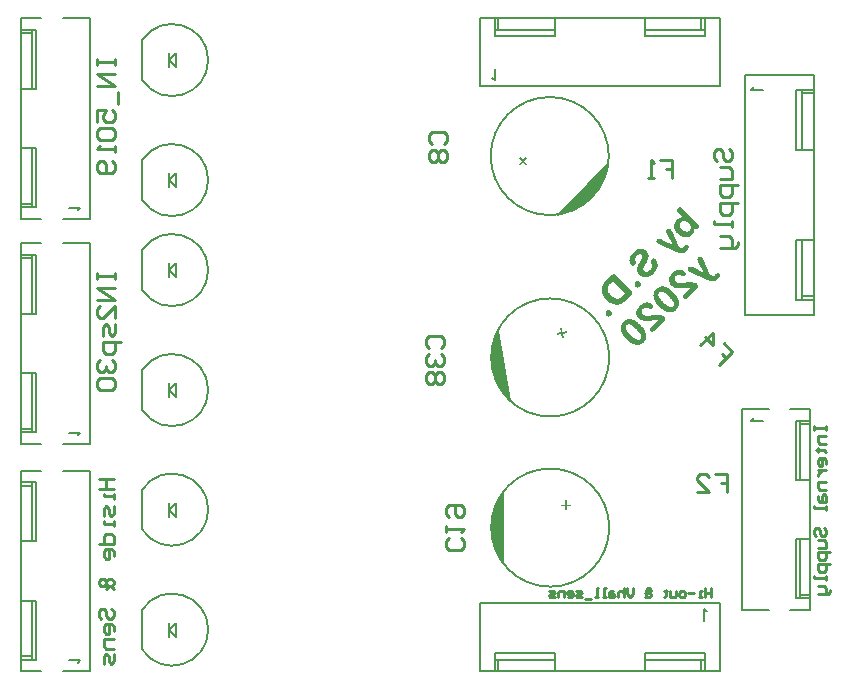
<source format=gbr>
%TF.GenerationSoftware,Altium Limited,Altium Designer,20.0.13 (296)*%
G04 Layer_Color=32896*
%FSLAX45Y45*%
%MOMM*%
%TF.FileFunction,Legend,Bot*%
%TF.Part,Single*%
G01*
G75*
%TA.AperFunction,NonConductor*%
%ADD68C,0.25400*%
%ADD80C,0.20000*%
%ADD81C,0.15000*%
G36*
X8451900Y7005600D02*
X8401900Y6930600D01*
X8351900Y6780600D01*
Y6630600D01*
X8376900Y6555600D01*
X8426900Y6430600D01*
X8451900Y6405600D01*
Y7005600D01*
D02*
G37*
G36*
X8406078Y8372173D02*
X8369862Y8289631D01*
X8346669Y8133227D01*
X8372716Y7985505D01*
X8410360Y7915987D01*
X8481306Y7801568D01*
X8510268Y7781289D01*
X8406078Y8372173D01*
D02*
G37*
G36*
X8918891Y9356506D02*
X9007279Y9374183D01*
X9148701Y9444893D01*
X9254767Y9550960D01*
X9290122Y9621670D01*
X9343155Y9745414D01*
Y9780769D01*
X8918891Y9356506D01*
D02*
G37*
G36*
X9953868Y9417770D02*
X9957358Y9416274D01*
X9960848Y9414280D01*
X9963839Y9412285D01*
X9966332Y9410291D01*
X9968327Y9408795D01*
X9969573Y9407549D01*
X9970072Y9407050D01*
X10102695Y9274427D01*
X10105686Y9270937D01*
X10108179Y9267447D01*
X10110174Y9264455D01*
X10111171Y9261464D01*
X10112168Y9258971D01*
X10112667Y9257475D01*
X10112916Y9256229D01*
Y9255730D01*
Y9252240D01*
X10112168Y9248999D01*
X10110922Y9246257D01*
X10109426Y9243764D01*
X10108179Y9241521D01*
X10107182Y9240025D01*
X10105936Y9238778D01*
X10102944Y9236285D01*
X10100202Y9234540D01*
X10097211Y9233045D01*
X10094469Y9232297D01*
X10092225Y9232047D01*
X10090231Y9231549D01*
X10088735D01*
X10084746Y9232047D01*
X10081256Y9233045D01*
X10078015Y9234790D01*
X10075024Y9236285D01*
X10072780Y9238030D01*
X10070786Y9239526D01*
X10069789Y9240523D01*
X10069290Y9241022D01*
X10068542Y9241770D01*
X10071035Y9237283D01*
X10072281Y9233543D01*
X10072531Y9231798D01*
X10072780Y9230552D01*
Y9230053D01*
Y9229555D01*
X10072531Y9224818D01*
X10071783Y9220580D01*
X10071284Y9218586D01*
X10071035Y9217339D01*
X10070786Y9216591D01*
Y9216093D01*
X10068791Y9210608D01*
X10066797Y9205622D01*
X10065800Y9203628D01*
X10065052Y9201883D01*
X10064553Y9200886D01*
X10064304Y9200637D01*
X10060315Y9194654D01*
X10058321Y9192161D01*
X10056327Y9189668D01*
X10054831Y9187674D01*
X10052089Y9184931D01*
X10047352Y9180693D01*
X10042616Y9176954D01*
X10038129Y9173962D01*
X10033891Y9171719D01*
X10030400Y9169724D01*
X10027658Y9168478D01*
X10025913Y9167730D01*
X10025165Y9167481D01*
X10019681Y9165985D01*
X10013947Y9164739D01*
X10008961Y9164240D01*
X10004225Y9163991D01*
X9995250D01*
X9994502Y9164240D01*
X9988519Y9165237D01*
X9982786Y9166484D01*
X9977551Y9168229D01*
X9972814Y9169974D01*
X9968825Y9171469D01*
X9965834Y9172965D01*
X9963839Y9173962D01*
X9963341D01*
X9963092Y9174212D01*
X9957358Y9177453D01*
X9951624Y9181192D01*
X9946888Y9184931D01*
X9942400Y9188421D01*
X9938661Y9191662D01*
X9935669Y9194155D01*
X9934672Y9195152D01*
X9933925Y9195900D01*
X9933675Y9196149D01*
X9933426Y9196399D01*
X9926695Y9203628D01*
X9921211Y9210608D01*
X9916723Y9217588D01*
X9912735Y9223571D01*
X9911488Y9226314D01*
X9909992Y9228807D01*
X9909245Y9231050D01*
X9908247Y9233045D01*
X9907499Y9234291D01*
X9907250Y9235538D01*
X9907001Y9236285D01*
X9906752Y9236535D01*
X9904508Y9244263D01*
X9903012Y9251741D01*
X9902264Y9258472D01*
Y9264455D01*
X9902514Y9269690D01*
X9903262Y9273430D01*
X9903511Y9276172D01*
Y9276671D01*
X9903760Y9276920D01*
X9906004Y9284149D01*
X9908746Y9290880D01*
X9911987Y9296614D01*
X9915477Y9302098D01*
X9918718Y9306336D01*
X9920213Y9308331D01*
X9921211Y9309826D01*
X9923953Y9312569D01*
X9929188Y9317305D01*
X9934174Y9321294D01*
X9939159Y9324285D01*
X9943148Y9326778D01*
X9946888Y9328523D01*
X9949879Y9329521D01*
X9951624Y9330268D01*
X9952372Y9330518D01*
X9957607Y9331764D01*
X9962593Y9332263D01*
X9967330Y9332512D01*
X9971069Y9332263D01*
X9974559Y9331764D01*
X9977301Y9331515D01*
X9978797Y9331016D01*
X9979545Y9330767D01*
X9935171Y9375141D01*
X9932179Y9378631D01*
X9929936Y9381872D01*
X9928191Y9385113D01*
X9926944Y9387855D01*
X9926196Y9390098D01*
X9925698Y9392093D01*
X9925449Y9393339D01*
Y9393838D01*
Y9397328D01*
X9926196Y9401067D01*
X9927194Y9404059D01*
X9928689Y9406552D01*
X9930185Y9409045D01*
X9931431Y9410790D01*
X9932678Y9412036D01*
X9935669Y9414529D01*
X9938661Y9416523D01*
X9941652Y9417521D01*
X9944395Y9418268D01*
X9946638Y9418518D01*
X9950128D01*
X9953868Y9417770D01*
D02*
G37*
G36*
X9860134Y9236285D02*
X9862876Y9236036D01*
X9863873D01*
X9864123Y9235787D01*
X9868111Y9234291D01*
X9871602Y9232297D01*
X9872598Y9231300D01*
X9873845Y9230552D01*
X9874344Y9230053D01*
X9874593Y9229804D01*
X9876089Y9227809D01*
X9877834Y9225566D01*
X9880327Y9220580D01*
X9881573Y9218336D01*
X9882570Y9216342D01*
X9883318Y9215096D01*
Y9214597D01*
X9940157Y9082971D01*
X9948383Y9079730D01*
X9952123Y9078483D01*
X9955364Y9077237D01*
X9958106Y9076489D01*
X9960349Y9075741D01*
X9962094Y9074994D01*
X9963341Y9074744D01*
X9964338D01*
X9964587Y9074495D01*
X9968327Y9073747D01*
X9971318D01*
X9973063Y9073996D01*
X9973811Y9074246D01*
X9976802Y9075741D01*
X9979545Y9077486D01*
X9980791Y9078234D01*
X9982536Y9079979D01*
X9983783Y9081724D01*
X9985029Y9083470D01*
X9985777Y9084716D01*
X9986276Y9085214D01*
X9987522Y9087458D01*
X9989018Y9089452D01*
X9990763Y9091197D01*
X9993505Y9093441D01*
X9995998Y9095435D01*
X9998242Y9096682D01*
X10000485Y9097430D01*
X10002480Y9097928D01*
X10003975Y9098427D01*
X10004723Y9098676D01*
X10005222D01*
X10007964Y9098427D01*
X10010457Y9097928D01*
X10012451Y9096931D01*
X10014695Y9095685D01*
X10016191Y9094687D01*
X10017687Y9093690D01*
X10018434Y9092942D01*
X10018684Y9092693D01*
X10021426Y9089452D01*
X10023171Y9085713D01*
X10023919Y9082472D01*
X10024417Y9079481D01*
X10024168Y9076739D01*
X10023919Y9074994D01*
X10023420Y9073498D01*
Y9072999D01*
X10021675Y9068761D01*
X10018933Y9064523D01*
X10016191Y9060285D01*
X10012950Y9056546D01*
X10009958Y9053056D01*
X10007715Y9050314D01*
X10005471Y9048070D01*
X10000236Y9043333D01*
X9995250Y9039345D01*
X9990514Y9036104D01*
X9986276Y9033860D01*
X9982786Y9031866D01*
X9980044Y9030619D01*
X9978548Y9030121D01*
X9977800Y9029872D01*
X9973063Y9028625D01*
X9968327Y9027877D01*
X9963590Y9027628D01*
X9959601D01*
X9956361Y9027877D01*
X9953868Y9028376D01*
X9952123Y9028625D01*
X9951624D01*
X9946389Y9029872D01*
X9941154Y9031617D01*
X9935669Y9033611D01*
X9930684Y9035605D01*
X9926196Y9037600D01*
X9922706Y9039095D01*
X9921211Y9039594D01*
X9920213Y9040093D01*
X9919715D01*
X9919466Y9040342D01*
X9774627Y9105407D01*
X9771635Y9106404D01*
X9768893Y9108149D01*
X9767398Y9108648D01*
X9766650Y9109396D01*
X9765902Y9109645D01*
X9765652Y9109894D01*
X9761913Y9112138D01*
X9759420Y9113634D01*
X9757675Y9114382D01*
X9757426Y9114631D01*
X9754684Y9117872D01*
X9752939Y9121113D01*
X9752440Y9122608D01*
X9752191Y9123855D01*
Y9124353D01*
X9751941Y9124603D01*
X9751193Y9128841D01*
X9750944Y9132580D01*
X9751443Y9135073D01*
Y9136070D01*
X9751692Y9136319D01*
X9753188Y9140308D01*
X9755182Y9143798D01*
X9755930Y9145044D01*
X9757426Y9146540D01*
X9761165Y9149781D01*
X9764655Y9151775D01*
X9766151Y9152274D01*
X9767398Y9152523D01*
X9767896D01*
X9768145Y9152773D01*
X9770389Y9153022D01*
X9772383D01*
X9776372Y9152523D01*
X9778366Y9152025D01*
X9779862Y9151526D01*
X9780859D01*
X9781108Y9151277D01*
X9786842Y9149033D01*
X9792327Y9147039D01*
X9794570Y9145792D01*
X9796315Y9145044D01*
X9797811Y9144546D01*
X9798060Y9144297D01*
X9890049Y9097180D01*
X9839692Y9194903D01*
X9838196Y9198393D01*
X9836701Y9201883D01*
X9835953Y9205124D01*
X9835205Y9207866D01*
X9834706Y9209860D01*
X9834208Y9211855D01*
Y9212852D01*
Y9213350D01*
X9833958Y9216591D01*
X9834457Y9219583D01*
X9835703Y9222325D01*
X9836950Y9225067D01*
X9838196Y9226812D01*
X9839443Y9228557D01*
X9840689Y9229804D01*
X9844429Y9232546D01*
X9847919Y9234540D01*
X9849414Y9235039D01*
X9850412Y9235538D01*
X9851409D01*
X9851658Y9235787D01*
X9856395Y9236535D01*
X9860134Y9236285D01*
D02*
G37*
G36*
X10124533Y8999807D02*
X10127275Y8999558D01*
X10128272D01*
X10128522Y8999308D01*
X10132510Y8997813D01*
X10136001Y8995818D01*
X10136998Y8994821D01*
X10138244Y8994073D01*
X10138743Y8993575D01*
X10138992Y8993325D01*
X10140488Y8991331D01*
X10142233Y8989087D01*
X10144726Y8984102D01*
X10145972Y8981858D01*
X10146969Y8979864D01*
X10147717Y8978617D01*
Y8978119D01*
X10204556Y8846493D01*
X10212782Y8843252D01*
X10216522Y8842005D01*
X10219763Y8840759D01*
X10222505Y8840011D01*
X10224748Y8839263D01*
X10226493Y8838515D01*
X10227740Y8838266D01*
X10228737D01*
X10228986Y8838017D01*
X10232726Y8837269D01*
X10235717D01*
X10237462Y8837518D01*
X10238210Y8837767D01*
X10241202Y8839263D01*
X10243944Y8841008D01*
X10245190Y8841756D01*
X10246935Y8843501D01*
X10248182Y8845246D01*
X10249428Y8846991D01*
X10250176Y8848238D01*
X10250675Y8848736D01*
X10251921Y8850980D01*
X10253417Y8852974D01*
X10255162Y8854719D01*
X10257904Y8856963D01*
X10260397Y8858957D01*
X10262641Y8860204D01*
X10264884Y8860952D01*
X10266879Y8861450D01*
X10268374Y8861948D01*
X10269122Y8862198D01*
X10269621D01*
X10272363Y8861948D01*
X10274856Y8861450D01*
X10276850Y8860453D01*
X10279094Y8859206D01*
X10280590Y8858209D01*
X10282086Y8857212D01*
X10282833Y8856464D01*
X10283083Y8856215D01*
X10285825Y8852974D01*
X10287570Y8849235D01*
X10288318Y8845994D01*
X10288816Y8843002D01*
X10288567Y8840260D01*
X10288318Y8838515D01*
X10287819Y8837019D01*
Y8836521D01*
X10286074Y8832283D01*
X10283332Y8828045D01*
X10280590Y8823807D01*
X10277349Y8820067D01*
X10274357Y8816577D01*
X10272114Y8813835D01*
X10269870Y8811592D01*
X10264635Y8806855D01*
X10259649Y8802866D01*
X10254913Y8799626D01*
X10250675Y8797382D01*
X10247185Y8795388D01*
X10244443Y8794141D01*
X10242947Y8793643D01*
X10242199Y8793393D01*
X10237462Y8792147D01*
X10232726Y8791399D01*
X10227989Y8791150D01*
X10224000D01*
X10220760Y8791399D01*
X10218267Y8791898D01*
X10216522Y8792147D01*
X10216023D01*
X10210788Y8793393D01*
X10205553Y8795138D01*
X10200069Y8797133D01*
X10195083Y8799127D01*
X10190595Y8801121D01*
X10187105Y8802617D01*
X10185610Y8803116D01*
X10184612Y8803614D01*
X10184114D01*
X10183865Y8803864D01*
X10039026Y8868929D01*
X10036034Y8869926D01*
X10033292Y8871671D01*
X10031797Y8872169D01*
X10031049Y8872917D01*
X10030301Y8873167D01*
X10030051Y8873416D01*
X10026312Y8875660D01*
X10023819Y8877155D01*
X10022074Y8877903D01*
X10021825Y8878153D01*
X10019083Y8881393D01*
X10017338Y8884634D01*
X10016839Y8886130D01*
X10016590Y8887376D01*
Y8887875D01*
X10016340Y8888124D01*
X10015592Y8892362D01*
X10015343Y8896102D01*
X10015842Y8898595D01*
Y8899592D01*
X10016091Y8899841D01*
X10017587Y8903830D01*
X10019581Y8907320D01*
X10020329Y8908566D01*
X10021825Y8910062D01*
X10025564Y8913303D01*
X10029054Y8915297D01*
X10030550Y8915796D01*
X10031797Y8916045D01*
X10032295D01*
X10032544Y8916294D01*
X10034788Y8916544D01*
X10036782D01*
X10040771Y8916045D01*
X10042765Y8915546D01*
X10044261Y8915048D01*
X10045258D01*
X10045507Y8914799D01*
X10051241Y8912555D01*
X10056726Y8910561D01*
X10058969Y8909314D01*
X10060714Y8908566D01*
X10062210Y8908068D01*
X10062459Y8907818D01*
X10154448Y8860702D01*
X10104091Y8958425D01*
X10102595Y8961915D01*
X10101100Y8965405D01*
X10100352Y8968646D01*
X10099604Y8971388D01*
X10099105Y8973382D01*
X10098607Y8975377D01*
Y8976373D01*
Y8976872D01*
X10098357Y8980113D01*
X10098856Y8983104D01*
X10100102Y8985847D01*
X10101349Y8988589D01*
X10102595Y8990334D01*
X10103842Y8992079D01*
X10105088Y8993325D01*
X10108828Y8996068D01*
X10112318Y8998062D01*
X10113813Y8998561D01*
X10114811Y8999059D01*
X10115808D01*
X10116057Y8999308D01*
X10120794Y9000056D01*
X10124533Y8999807D01*
D02*
G37*
G36*
X9951774Y8889371D02*
X9956760Y8888872D01*
X9961496Y8888124D01*
X9965485Y8887127D01*
X9968726Y8886379D01*
X9971219Y8885382D01*
X9972714Y8884883D01*
X9973462Y8884634D01*
X9977949Y8882640D01*
X9981689Y8880396D01*
X9985428Y8878153D01*
X9988170Y8875909D01*
X9990663Y8873915D01*
X9992408Y8872668D01*
X9993405Y8871671D01*
X9993904Y8871173D01*
X9996148Y8868430D01*
X9998142Y8865439D01*
X9999638Y8862946D01*
X10000136Y8860453D01*
X10000884Y8858209D01*
X10001383Y8856714D01*
Y8855716D01*
Y8855218D01*
X10001133Y8851977D01*
X10000136Y8848985D01*
X9999139Y8846493D01*
X9997893Y8844249D01*
X9996646Y8842504D01*
X9995649Y8841008D01*
X9994652Y8840011D01*
X9991660Y8837518D01*
X9988918Y8835773D01*
X9986176Y8834526D01*
X9983683Y8833529D01*
X9981689Y8833031D01*
X9978697D01*
X9975457Y8833779D01*
X9972216Y8834526D01*
X9966233Y8836521D01*
X9963740Y8837518D01*
X9961995Y8838266D01*
X9960499Y8838764D01*
X9960250Y8839014D01*
X9956760Y8840509D01*
X9953768Y8842005D01*
X9951524Y8842753D01*
X9949779Y8843501D01*
X9948782Y8844000D01*
X9948034Y8844249D01*
X9947536D01*
X9944046Y8844747D01*
X9940306Y8844997D01*
X9934074Y8844747D01*
X9928589Y8843252D01*
X9923604Y8841257D01*
X9919615Y8839263D01*
X9917122Y8837269D01*
X9915876Y8836521D01*
X9912386Y8833031D01*
X9910641Y8830288D01*
X9909145Y8827796D01*
X9908148Y8825801D01*
X9907150Y8823807D01*
X9906652Y8822311D01*
X9906153Y8821314D01*
Y8820815D01*
X9904907Y8814583D01*
Y8812090D01*
Y8809597D01*
X9905156Y8807354D01*
X9905405Y8805608D01*
X9905655Y8804861D01*
Y8804362D01*
X9906652Y8801371D01*
X9907649Y8798379D01*
X9910391Y8794141D01*
X9911887Y8792147D01*
X9912884Y8790651D01*
X9913632Y8789903D01*
X9913881Y8789654D01*
X9916374Y8787660D01*
X9918867Y8785665D01*
X9921609Y8783920D01*
X9924102Y8782424D01*
X9926346Y8781677D01*
X9928340Y8780679D01*
X9929338Y8780181D01*
X9929836D01*
X9933576Y8778934D01*
X9937315Y8778186D01*
X9941054Y8777439D01*
X9944046Y8776940D01*
X9947286Y8776691D01*
X9949530Y8776441D01*
X9956012D01*
X9960748Y8776691D01*
X9965236D01*
X9969224Y8777189D01*
X9972964Y8777439D01*
X9975706Y8777688D01*
X9977451Y8777937D01*
X9978199Y8778186D01*
X9982437Y8778934D01*
X9987422Y8779433D01*
X9992658Y8780181D01*
X9997893Y8780430D01*
X10002879Y8780929D01*
X10006867D01*
X10009609Y8781178D01*
X10010607D01*
X10019332Y8781427D01*
X10036782D01*
X10044510Y8781178D01*
X10051490D01*
X10056726Y8780929D01*
X10060216D01*
X10060964Y8780679D01*
X10061462D01*
X10069190Y8780430D01*
X10072680Y8779932D01*
X10075672Y8779433D01*
X10078414Y8778685D01*
X10080408Y8778186D01*
X10081655Y8777439D01*
X10082153D01*
X10085644Y8775943D01*
X10088635Y8774447D01*
X10090879Y8773201D01*
X10092873Y8771705D01*
X10094618Y8770458D01*
X10095864Y8769711D01*
X10096363Y8769212D01*
X10096612Y8768963D01*
X10098856Y8766220D01*
X10100601Y8763478D01*
X10101847Y8760237D01*
X10102595Y8757495D01*
X10103343Y8755252D01*
Y8753257D01*
X10103592Y8752011D01*
Y8751512D01*
X10103094Y8747524D01*
X10102097Y8744034D01*
X10100601Y8740543D01*
X10098856Y8737801D01*
X10097111Y8735059D01*
X10095615Y8733065D01*
X10012352Y8649801D01*
X10009111Y8647059D01*
X10006119Y8645065D01*
X10003377Y8643320D01*
X10000635Y8642572D01*
X9998391Y8641824D01*
X9996896Y8641325D01*
X9995400D01*
X9992159Y8641575D01*
X9989167Y8642572D01*
X9986425Y8643320D01*
X9984182Y8644566D01*
X9982437Y8645813D01*
X9980941Y8646810D01*
X9980193Y8647558D01*
X9979944Y8647807D01*
X9977700Y8650549D01*
X9975955Y8653291D01*
X9974958Y8656283D01*
X9974459Y8658776D01*
X9974210Y8661019D01*
Y8663014D01*
Y8664011D01*
Y8664509D01*
X9974958Y8668249D01*
X9976204Y8671490D01*
X9977949Y8674730D01*
X9979944Y8677722D01*
X9981938Y8680215D01*
X9983434Y8682209D01*
X10040522Y8739297D01*
X10037780Y8738549D01*
X10034788Y8738051D01*
X10031797D01*
X10029054Y8738300D01*
X10019581D01*
X10012352Y8738051D01*
X10005122Y8737303D01*
X9998641Y8736804D01*
X9993405Y8736555D01*
X9991162Y8736305D01*
X9989666D01*
X9988918Y8736056D01*
X9988420D01*
X9977949Y8735059D01*
X9968726Y8734311D01*
X9960998Y8733563D01*
X9955015Y8733065D01*
X9950278Y8732815D01*
X9947037Y8732566D01*
X9944794Y8732317D01*
X9938810D01*
X9933077Y8732566D01*
X9927593Y8733065D01*
X9922607Y8734062D01*
X9917870Y8734810D01*
X9914629Y8735558D01*
X9912136Y8736056D01*
X9911638D01*
X9911388Y8736305D01*
X9904408Y8738300D01*
X9898176Y8741042D01*
X9892442Y8744283D01*
X9887706Y8747524D01*
X9883468Y8750266D01*
X9880476Y8752759D01*
X9879479Y8753756D01*
X9878731Y8754504D01*
X9878233Y8755002D01*
X9877983Y8755252D01*
X9874992Y8758742D01*
X9872000Y8762232D01*
X9869507Y8765722D01*
X9867513Y8769212D01*
X9866267Y8771954D01*
X9865020Y8774198D01*
X9864023Y8775694D01*
Y8776192D01*
X9862278Y8780929D01*
X9861032Y8785167D01*
X9859785Y8789405D01*
X9859286Y8793393D01*
X9858788Y8796385D01*
Y8798878D01*
X9858539Y8800623D01*
Y8801121D01*
Y8806107D01*
X9859037Y8810595D01*
X9859536Y8814583D01*
X9860284Y8818322D01*
X9861032Y8821563D01*
X9861779Y8823807D01*
X9862527Y8825552D01*
Y8826051D01*
X9865519Y8833031D01*
X9869258Y8839263D01*
X9873247Y8845246D01*
X9877236Y8850730D01*
X9880975Y8855467D01*
X9882720Y8857212D01*
X9883966Y8858957D01*
X9886958Y8861948D01*
X9892442Y8866935D01*
X9897677Y8871173D01*
X9902913Y8874912D01*
X9907400Y8877903D01*
X9911139Y8880147D01*
X9914131Y8881643D01*
X9916125Y8882640D01*
X9916624D01*
X9916873Y8882889D01*
X9922607Y8885133D01*
X9927842Y8886878D01*
X9932827Y8887875D01*
X9937315Y8888872D01*
X9941054Y8889121D01*
X9944046Y8889620D01*
X9946539D01*
X9951774Y8889371D01*
D02*
G37*
G36*
X9630287Y9067265D02*
X9633278D01*
X9633528Y9067016D01*
X9640259Y9065271D01*
X9646491Y9063027D01*
X9651975Y9060036D01*
X9656961Y9057044D01*
X9660950Y9054053D01*
X9663692Y9051809D01*
X9664939Y9051061D01*
X9665686Y9050314D01*
X9666185Y9049815D01*
X9666434Y9049566D01*
X9671420Y9044081D01*
X9675159Y9038348D01*
X9678649Y9032863D01*
X9680644Y9027877D01*
X9682389Y9023639D01*
X9683386Y9020149D01*
X9683885Y9018155D01*
X9684134Y9017407D01*
X9684632Y9010925D01*
Y9004444D01*
X9683885Y8998710D01*
X9682887Y8993226D01*
X9682140Y8988489D01*
X9681142Y8984999D01*
X9680395Y8982755D01*
Y8982257D01*
X9680145Y8982008D01*
X9677403Y8975277D01*
X9674411Y8968297D01*
X9670672Y8961566D01*
X9667681Y8955583D01*
X9664689Y8950098D01*
X9663443Y8947855D01*
X9662196Y8946110D01*
X9661199Y8944614D01*
X9660451Y8943367D01*
X9660202Y8942619D01*
X9659952Y8942370D01*
X9656213Y8936636D01*
X9653471Y8931401D01*
X9650729Y8926665D01*
X9648735Y8923175D01*
X9646989Y8919934D01*
X9645743Y8917690D01*
X9644995Y8916444D01*
Y8915945D01*
X9643250Y8912206D01*
X9642253Y8908716D01*
X9641256Y8905724D01*
X9640757Y8902733D01*
X9640259Y8900240D01*
X9640009Y8898495D01*
Y8897498D01*
Y8896999D01*
X9640259Y8893758D01*
X9641256Y8890767D01*
X9642253Y8887775D01*
X9643499Y8885532D01*
X9644995Y8883537D01*
X9645992Y8882041D01*
X9646989Y8881044D01*
X9647239Y8880795D01*
X9650729Y8877804D01*
X9654718Y8875809D01*
X9658956Y8874563D01*
X9662695Y8873815D01*
X9665936Y8873566D01*
X9668678Y8873815D01*
X9671171D01*
X9676655Y8875311D01*
X9681641Y8877305D01*
X9686627Y8879798D01*
X9691114Y8882789D01*
X9694604Y8885282D01*
X9697596Y8887775D01*
X9699839Y8890019D01*
X9703329Y8894008D01*
X9706072Y8897248D01*
X9708565Y8900738D01*
X9710310Y8903481D01*
X9711556Y8905724D01*
X9712553Y8907719D01*
X9712803Y8908965D01*
X9713052Y8909214D01*
X9713800Y8912455D01*
X9714548Y8915696D01*
X9715046Y8918688D01*
X9714797Y8921430D01*
Y8923424D01*
X9714548Y8925169D01*
Y8926166D01*
Y8926665D01*
X9712803Y8932897D01*
X9710559Y8939129D01*
X9709811Y8941373D01*
X9709063Y8943617D01*
X9708315Y8944863D01*
Y8945362D01*
X9706820Y8948852D01*
X9705822Y8952342D01*
X9705324Y8955333D01*
X9704825Y8957826D01*
X9704576Y8960070D01*
Y8961566D01*
Y8962563D01*
Y8963061D01*
X9704825Y8965804D01*
X9705573Y8968546D01*
X9706570Y8971039D01*
X9707817Y8973282D01*
X9709063Y8975028D01*
X9710060Y8976523D01*
X9711058Y8977520D01*
X9713800Y8979764D01*
X9716791Y8981758D01*
X9719533Y8983005D01*
X9722276Y8983753D01*
X9724768Y8984251D01*
X9726513Y8984500D01*
X9727760Y8984750D01*
X9728259D01*
X9731499Y8984500D01*
X9734740Y8983753D01*
X9737482Y8982506D01*
X9740225Y8981260D01*
X9741970Y8980013D01*
X9743465Y8979016D01*
X9744463Y8978019D01*
X9744712Y8977770D01*
X9748701Y8973282D01*
X9751692Y8968297D01*
X9754684Y8963311D01*
X9756429Y8958574D01*
X9758174Y8954336D01*
X9759171Y8950846D01*
X9759919Y8948602D01*
Y8948104D01*
X9760168Y8947855D01*
X9761165Y8940874D01*
X9761664Y8934393D01*
Y8927911D01*
X9761165Y8922427D01*
X9760667Y8917441D01*
X9760168Y8913951D01*
X9759669Y8911458D01*
Y8910959D01*
X9759420Y8910710D01*
X9755930Y8901237D01*
X9751443Y8892262D01*
X9746208Y8883537D01*
X9740723Y8876058D01*
X9738230Y8872568D01*
X9735737Y8869577D01*
X9733494Y8866835D01*
X9731499Y8864840D01*
X9730004Y8862846D01*
X9727511Y8860353D01*
X9719783Y8853124D01*
X9712055Y8846891D01*
X9704825Y8842155D01*
X9698344Y8838166D01*
X9695601Y8836421D01*
X9693108Y8834925D01*
X9690616Y8833928D01*
X9688621Y8832931D01*
X9686876Y8832183D01*
X9685879Y8831685D01*
X9685131Y8831435D01*
X9684882Y8831186D01*
X9676655Y8828444D01*
X9668927Y8827197D01*
X9661698Y8826449D01*
X9655465Y8826200D01*
X9649981D01*
X9645992Y8826699D01*
X9643250Y8826948D01*
X9642751D01*
X9642502Y8827197D01*
X9635023Y8829192D01*
X9628043Y8832183D01*
X9622060Y8835175D01*
X9616576Y8838665D01*
X9612338Y8841906D01*
X9610593Y8843152D01*
X9608848Y8844398D01*
X9607850Y8845396D01*
X9607103Y8846144D01*
X9606604Y8846642D01*
X9606355Y8846891D01*
X9602117Y8851628D01*
X9598378Y8856365D01*
X9595386Y8860852D01*
X9592893Y8864840D01*
X9591397Y8868330D01*
X9590151Y8871073D01*
X9589652Y8872568D01*
X9589403Y8873316D01*
X9588157Y8878551D01*
X9587159Y8883537D01*
X9586910Y8888274D01*
X9586661Y8892512D01*
X9586910Y8896251D01*
X9587159Y8898993D01*
X9587409Y8900738D01*
Y8901237D01*
X9588655Y8906472D01*
X9589902Y8911707D01*
X9591647Y8916444D01*
X9593392Y8921180D01*
X9594887Y8925169D01*
X9596134Y8927911D01*
X9597131Y8929906D01*
Y8930404D01*
X9597380Y8930653D01*
X9603114Y8942370D01*
X9606106Y8947855D01*
X9608848Y8952591D01*
X9611341Y8956580D01*
X9613086Y8959821D01*
X9613834Y8961067D01*
X9614581Y8961815D01*
Y8962314D01*
X9614831Y8962563D01*
X9617822Y8967549D01*
X9620315Y8972036D01*
X9622309Y8975526D01*
X9624055Y8978268D01*
X9625301Y8980512D01*
X9626049Y8981758D01*
X9626547Y8982755D01*
X9626797Y8983005D01*
X9628791Y8987492D01*
X9630536Y8991730D01*
X9631035Y8993226D01*
X9631533Y8994721D01*
X9631783Y8995469D01*
X9632032Y8995719D01*
X9632780Y9000455D01*
X9633029Y9004195D01*
Y9006688D01*
X9633278Y9007435D01*
X9633029Y9007685D01*
X9631783Y9011424D01*
X9630038Y9014665D01*
X9629040Y9015662D01*
X9628542Y9016659D01*
X9628043Y9017158D01*
X9627794Y9017407D01*
X9625052Y9019651D01*
X9622060Y9021146D01*
X9618819Y9021894D01*
X9615828Y9022393D01*
X9613335D01*
X9611092Y9022143D01*
X9609097D01*
X9604610Y9021146D01*
X9600123Y9019152D01*
X9596134Y9017158D01*
X9592395Y9014416D01*
X9589403Y9012421D01*
X9586910Y9010427D01*
X9584916Y9008433D01*
X9580678Y9003696D01*
X9577188Y8999209D01*
X9574695Y8995220D01*
X9573199Y8991730D01*
X9572202Y8988738D01*
X9571454Y8986495D01*
X9571205Y8985248D01*
Y8984750D01*
Y8980761D01*
X9571454Y8976523D01*
X9571953Y8972535D01*
X9572700Y8968795D01*
X9573448Y8965554D01*
X9574196Y8962812D01*
X9574695Y8961316D01*
X9574944Y8960569D01*
X9575941Y8957078D01*
X9576689Y8953838D01*
X9577188Y8950846D01*
X9577437Y8948602D01*
X9577686Y8946857D01*
X9577936Y8945112D01*
Y8944614D01*
Y8944115D01*
X9577437Y8941622D01*
X9576689Y8939379D01*
X9574445Y8935141D01*
X9573199Y8933396D01*
X9572202Y8931900D01*
X9571205Y8930903D01*
X9568213Y8928410D01*
X9565471Y8926665D01*
X9562230Y8925418D01*
X9559488Y8924670D01*
X9557244Y8924421D01*
X9555001Y8924172D01*
X9553505D01*
X9549766Y8924421D01*
X9546276Y8925418D01*
X9543533Y8926665D01*
X9540791Y8927911D01*
X9539046Y8929158D01*
X9537550Y8930155D01*
X9536553Y8931152D01*
X9536304Y8931401D01*
X9534060Y8934143D01*
X9531817Y8936886D01*
X9530072Y8940127D01*
X9528576Y8942619D01*
X9527579Y8945112D01*
X9526831Y8947356D01*
X9526083Y8948602D01*
Y8949101D01*
X9524836Y8953339D01*
X9524089Y8957577D01*
X9523590Y8961566D01*
Y8965554D01*
X9523341Y8968795D01*
Y8971787D01*
X9523590Y8973532D01*
Y8974030D01*
X9524338Y8979265D01*
X9525086Y8984500D01*
X9526581Y8989486D01*
X9528077Y8993974D01*
X9529573Y8997962D01*
X9530819Y9000704D01*
X9531817Y9002699D01*
Y9003197D01*
X9532066Y9003447D01*
X9535307Y9009180D01*
X9538797Y9014665D01*
X9542536Y9019900D01*
X9546276Y9024637D01*
X9549516Y9028376D01*
X9552259Y9031617D01*
X9554752Y9034110D01*
X9561981Y9040840D01*
X9569210Y9046574D01*
X9575941Y9051311D01*
X9581675Y9055050D01*
X9584417Y9056795D01*
X9586910Y9058291D01*
X9588904Y9059288D01*
X9590899Y9060285D01*
X9592395Y9060784D01*
X9593392Y9061282D01*
X9594140Y9061532D01*
X9594389Y9061781D01*
X9601618Y9064523D01*
X9608848Y9066268D01*
X9615828Y9067265D01*
X9621562Y9067515D01*
X9626547D01*
X9630287Y9067265D01*
D02*
G37*
G36*
X9813417Y8748022D02*
X9820147Y8746776D01*
X9825881Y8745529D01*
X9830368Y8744034D01*
X9831864Y8743535D01*
X9833111Y8743286D01*
X9833859Y8743036D01*
X9834108Y8742787D01*
X9839842Y8740045D01*
X9845326Y8737053D01*
X9850561Y8733813D01*
X9855048Y8730821D01*
X9859037Y8728328D01*
X9862278Y8726084D01*
X9863275Y8725087D01*
X9864272Y8724589D01*
X9864522Y8724339D01*
X9864771Y8724090D01*
X9870505Y8719354D01*
X9876238Y8714617D01*
X9881723Y8709631D01*
X9886708Y8705144D01*
X9890946Y8701404D01*
X9892692Y8699660D01*
X9894187Y8698164D01*
X9895434Y8696917D01*
X9896431Y8695920D01*
X9896929Y8695422D01*
X9897179Y8695172D01*
X9901915Y8690436D01*
X9906403Y8685450D01*
X9910142Y8681212D01*
X9913632Y8677223D01*
X9916374Y8673982D01*
X9918369Y8671490D01*
X9919615Y8669744D01*
X9919864Y8669495D01*
X9920114Y8669246D01*
X9923604Y8664260D01*
X9926595Y8659773D01*
X9929338Y8655036D01*
X9931581Y8650798D01*
X9933576Y8647308D01*
X9934822Y8644566D01*
X9935819Y8643070D01*
X9936068Y8642322D01*
X9939309Y8633597D01*
X9941553Y8624872D01*
X9942799Y8616645D01*
X9943048Y8609416D01*
X9943298Y8603184D01*
X9943048Y8598447D01*
X9942799Y8596702D01*
X9942550Y8595456D01*
X9942799Y8594708D01*
X9942550Y8594458D01*
X9940306Y8585733D01*
X9937315Y8577756D01*
X9933576Y8571025D01*
X9929836Y8564793D01*
X9926346Y8559807D01*
X9924850Y8557812D01*
X9923355Y8556317D01*
X9922357Y8554821D01*
X9920612Y8553076D01*
X9914629Y8547591D01*
X9908397Y8543353D01*
X9902663Y8539614D01*
X9897179Y8537121D01*
X9892442Y8534878D01*
X9888703Y8533631D01*
X9887456Y8532883D01*
X9886210Y8532634D01*
X9885711D01*
X9885462Y8532385D01*
X9877983Y8530889D01*
X9870505Y8530390D01*
X9863524D01*
X9857043Y8530889D01*
X9851558Y8531388D01*
X9847570Y8532385D01*
X9845825Y8532634D01*
X9844578Y8532883D01*
X9844080D01*
X9843830Y8533133D01*
X9837349Y8535127D01*
X9831366Y8537620D01*
X9825632Y8540362D01*
X9820896Y8543104D01*
X9816658Y8545348D01*
X9813666Y8547342D01*
X9812420Y8548090D01*
X9811422Y8548589D01*
X9811173Y8548838D01*
X9810924Y8549087D01*
X9804941Y8553574D01*
X9798709Y8558311D01*
X9792975Y8563048D01*
X9787740Y8567784D01*
X9783003Y8572022D01*
X9781258Y8573767D01*
X9779513Y8575512D01*
X9778266Y8576759D01*
X9777269Y8577756D01*
X9776771Y8578254D01*
X9776521Y8578504D01*
X9770289Y8584736D01*
X9764805Y8590719D01*
X9759819Y8596702D01*
X9755082Y8602436D01*
X9751343Y8607671D01*
X9747604Y8612906D01*
X9744363Y8617642D01*
X9741621Y8621880D01*
X9739377Y8626118D01*
X9737383Y8629609D01*
X9735887Y8632600D01*
X9734391Y8635093D01*
X9733643Y8637337D01*
X9732646Y8638832D01*
Y8639830D01*
X9732397Y8640079D01*
X9730402Y8646062D01*
X9728907Y8651546D01*
X9728159Y8656781D01*
X9727162Y8661269D01*
X9726912Y8665008D01*
X9726663Y8668249D01*
Y8670243D01*
Y8670742D01*
X9726912Y8676475D01*
X9727660Y8681711D01*
X9728159Y8686696D01*
X9729405Y8690934D01*
X9730652Y8694674D01*
X9731400Y8697416D01*
X9732148Y8699161D01*
X9732397Y8699909D01*
X9734890Y8704895D01*
X9737632Y8709631D01*
X9740623Y8714118D01*
X9743366Y8717858D01*
X9746108Y8721099D01*
X9748102Y8723592D01*
X9750097Y8725586D01*
X9757077Y8731569D01*
X9764057Y8736555D01*
X9770538Y8740543D01*
X9776771Y8743286D01*
X9782255Y8745280D01*
X9784499Y8746028D01*
X9786493Y8747025D01*
X9788238Y8747274D01*
X9789235Y8747773D01*
X9789983Y8747524D01*
X9790233Y8747773D01*
X9798210Y8748770D01*
X9806187D01*
X9813417Y8748022D01*
D02*
G37*
G36*
X9598876Y8792047D02*
X9602366Y8791050D01*
X9605358Y8790053D01*
X9608100Y8788308D01*
X9610343Y8787061D01*
X9612088Y8785815D01*
X9613086Y8784818D01*
X9613335Y8784568D01*
X9616326Y8781078D01*
X9618570Y8777837D01*
X9620066Y8774347D01*
X9621063Y8771356D01*
X9621811Y8768614D01*
Y8766620D01*
X9622060Y8765373D01*
Y8764874D01*
X9621562Y8760886D01*
X9620564Y8757395D01*
X9619069Y8754404D01*
X9617324Y8751662D01*
X9616077Y8749418D01*
X9614831Y8747673D01*
X9613584Y8746427D01*
X9610593Y8743934D01*
X9607352Y8741690D01*
X9604361Y8740194D01*
X9601369Y8739197D01*
X9598876Y8738699D01*
X9596882Y8738200D01*
X9595635Y8737951D01*
X9595137D01*
X9590899Y8738200D01*
X9587409Y8739197D01*
X9584168Y8740444D01*
X9581176Y8741940D01*
X9578434Y8743685D01*
X9576689Y8744931D01*
X9575692Y8745928D01*
X9575193Y8746427D01*
X9572700Y8749418D01*
X9570955Y8752659D01*
X9569460Y8755651D01*
X9568462Y8758642D01*
X9568213Y8761384D01*
X9567715Y8763379D01*
Y8764874D01*
Y8765373D01*
X9567964Y8769611D01*
X9568961Y8773101D01*
X9570207Y8776342D01*
X9571703Y8779333D01*
X9573199Y8781826D01*
X9574445Y8783571D01*
X9575692Y8784818D01*
X9578683Y8787311D01*
X9582174Y8789305D01*
X9585165Y8790801D01*
X9588157Y8791798D01*
X9590899Y8792047D01*
X9592893Y8792546D01*
X9594887D01*
X9598876Y8792047D01*
D02*
G37*
G36*
X9393958Y8852376D02*
X9397947Y8850880D01*
X9401686Y8849135D01*
X9405176Y8846642D01*
X9408168Y8844648D01*
X9410411Y8842903D01*
X9411907Y8841407D01*
X9412156Y8841158D01*
X9412406Y8840908D01*
X9532066Y8721248D01*
X9535057Y8718257D01*
X9537301Y8715514D01*
X9539545Y8712772D01*
X9541290Y8710529D01*
X9542536Y8708784D01*
X9543533Y8707288D01*
X9544032Y8706291D01*
X9544281Y8706042D01*
X9545528Y8703299D01*
X9546276Y8700557D01*
X9546774Y8698064D01*
Y8695571D01*
Y8693577D01*
X9546525Y8691832D01*
X9546276Y8691084D01*
Y8690585D01*
X9545029Y8687345D01*
X9543533Y8684353D01*
X9539545Y8678869D01*
X9537550Y8676376D01*
X9536055Y8674381D01*
X9487193Y8625520D01*
X9482955Y8621781D01*
X9479216Y8618540D01*
X9475975Y8615798D01*
X9473482Y8613305D01*
X9471239Y8611560D01*
X9469992Y8610812D01*
X9469494Y8610313D01*
X9465256Y8607571D01*
X9461516Y8605327D01*
X9457777Y8603084D01*
X9454287Y8601588D01*
X9451295Y8600092D01*
X9449052Y8599344D01*
X9447556Y8598347D01*
X9447057D01*
X9442570Y8596851D01*
X9437834Y8595605D01*
X9433097Y8594857D01*
X9429108Y8594359D01*
X9425618Y8593860D01*
X9422627Y8593362D01*
X9414649D01*
X9409414Y8593611D01*
X9404179Y8594359D01*
X9399442Y8595107D01*
X9395703Y8595855D01*
X9392712Y8596353D01*
X9390717Y8596851D01*
X9389970Y8597101D01*
X9384236Y8598846D01*
X9378751Y8601339D01*
X9373516Y8603582D01*
X9368780Y8605826D01*
X9365040Y8608070D01*
X9361799Y8609815D01*
X9359805Y8610812D01*
X9359556Y8611061D01*
X9359307Y8611310D01*
X9353573Y8615050D01*
X9348338Y8619288D01*
X9343102Y8623526D01*
X9338366Y8627265D01*
X9334876Y8630755D01*
X9331635Y8633498D01*
X9330638Y8634495D01*
X9329890Y8635243D01*
X9329392Y8635741D01*
X9329142Y8635990D01*
X9321165Y8644466D01*
X9314185Y8652942D01*
X9308451Y8661169D01*
X9303714Y8669395D01*
X9299726Y8677373D01*
X9296236Y8684852D01*
X9293743Y8691832D01*
X9291748Y8698812D01*
X9290253Y8704795D01*
X9289505Y8710529D01*
X9288757Y8715265D01*
X9288508Y8719503D01*
Y8722993D01*
Y8725486D01*
Y8726982D01*
Y8727481D01*
X9289006Y8735458D01*
X9290004Y8742438D01*
X9291499Y8748920D01*
X9293493Y8754404D01*
X9295238Y8759141D01*
X9296734Y8762132D01*
X9297233Y8763628D01*
X9297981Y8764376D01*
Y8764874D01*
X9298230Y8765124D01*
X9301720Y8771107D01*
X9306207Y8777090D01*
X9310445Y8782823D01*
X9314683Y8787560D01*
X9318423Y8791798D01*
X9319918Y8793792D01*
X9367533Y8841407D01*
X9371771Y8845146D01*
X9375760Y8848138D01*
X9379749Y8850132D01*
X9382989Y8851379D01*
X9385981Y8852376D01*
X9388225Y8852625D01*
X9389471Y8852874D01*
X9389970D01*
X9393958Y8852376D01*
D02*
G37*
G36*
X9674561Y8612158D02*
X9679547Y8611659D01*
X9684283Y8610912D01*
X9688272Y8609914D01*
X9691513Y8609167D01*
X9694006Y8608169D01*
X9695502Y8607671D01*
X9696250Y8607421D01*
X9700737Y8605427D01*
X9704476Y8603184D01*
X9708216Y8600940D01*
X9710958Y8598696D01*
X9713451Y8596702D01*
X9715196Y8595456D01*
X9716193Y8594458D01*
X9716692Y8593960D01*
X9718935Y8591218D01*
X9720930Y8588226D01*
X9722425Y8585733D01*
X9722924Y8583240D01*
X9723672Y8580997D01*
X9724170Y8579501D01*
Y8578504D01*
Y8578005D01*
X9723921Y8574764D01*
X9722924Y8571773D01*
X9721927Y8569280D01*
X9720680Y8567036D01*
X9719434Y8565291D01*
X9718436Y8563795D01*
X9717439Y8562798D01*
X9714448Y8560305D01*
X9711706Y8558560D01*
X9708963Y8557314D01*
X9706471Y8556317D01*
X9704476Y8555818D01*
X9701485D01*
X9698244Y8556566D01*
X9695003Y8557314D01*
X9689020Y8559308D01*
X9686527Y8560305D01*
X9684782Y8561053D01*
X9683286Y8561552D01*
X9683037Y8561801D01*
X9679547Y8563297D01*
X9676555Y8564793D01*
X9674312Y8565540D01*
X9672567Y8566288D01*
X9671570Y8566787D01*
X9670822Y8567036D01*
X9670323D01*
X9666833Y8567535D01*
X9663094Y8567784D01*
X9656861Y8567535D01*
X9651377Y8566039D01*
X9646391Y8564045D01*
X9642402Y8562050D01*
X9639910Y8560056D01*
X9638663Y8559308D01*
X9635173Y8555818D01*
X9633428Y8553076D01*
X9631932Y8550583D01*
X9630935Y8548589D01*
X9629938Y8546594D01*
X9629439Y8545098D01*
X9628941Y8544102D01*
Y8543603D01*
X9627694Y8537371D01*
Y8534878D01*
Y8532385D01*
X9627944Y8530141D01*
X9628193Y8528396D01*
X9628442Y8527648D01*
Y8527150D01*
X9629439Y8524158D01*
X9630436Y8521167D01*
X9633179Y8516929D01*
X9634674Y8514934D01*
X9635672Y8513438D01*
X9636419Y8512691D01*
X9636669Y8512441D01*
X9639162Y8510447D01*
X9641655Y8508453D01*
X9644397Y8506708D01*
X9646890Y8505212D01*
X9649133Y8504464D01*
X9651128Y8503467D01*
X9652125Y8502968D01*
X9652624D01*
X9656363Y8501722D01*
X9660102Y8500974D01*
X9663841Y8500226D01*
X9666833Y8499727D01*
X9670074Y8499478D01*
X9672317Y8499229D01*
X9678799D01*
X9683536Y8499478D01*
X9688023D01*
X9692012Y8499977D01*
X9695751Y8500226D01*
X9698493Y8500475D01*
X9700238Y8500725D01*
X9700986Y8500974D01*
X9705224Y8501722D01*
X9710210Y8502220D01*
X9715445Y8502968D01*
X9720680Y8503217D01*
X9725666Y8503716D01*
X9729655D01*
X9732397Y8503965D01*
X9733394D01*
X9742119Y8504215D01*
X9759570D01*
X9767298Y8503965D01*
X9774278D01*
X9779513Y8503716D01*
X9783003D01*
X9783751Y8503467D01*
X9784250D01*
X9791978Y8503217D01*
X9795468Y8502719D01*
X9798459Y8502220D01*
X9801201Y8501472D01*
X9803196Y8500974D01*
X9804442Y8500226D01*
X9804941D01*
X9808431Y8498730D01*
X9811422Y8497234D01*
X9813666Y8495988D01*
X9815660Y8494492D01*
X9817405Y8493246D01*
X9818652Y8492498D01*
X9819151Y8492000D01*
X9819400Y8491750D01*
X9821643Y8489008D01*
X9823388Y8486266D01*
X9824635Y8483025D01*
X9825383Y8480283D01*
X9826131Y8478039D01*
Y8476045D01*
X9826380Y8474798D01*
Y8474300D01*
X9825881Y8470311D01*
X9824884Y8466821D01*
X9823388Y8463331D01*
X9821643Y8460589D01*
X9819898Y8457846D01*
X9818403Y8455852D01*
X9735139Y8372589D01*
X9731898Y8369846D01*
X9728907Y8367852D01*
X9726164Y8366107D01*
X9723422Y8365359D01*
X9721179Y8364611D01*
X9719683Y8364113D01*
X9718187D01*
X9714947Y8364362D01*
X9711955Y8365359D01*
X9709213Y8366107D01*
X9706969Y8367353D01*
X9705224Y8368600D01*
X9703728Y8369597D01*
X9702980Y8370345D01*
X9702731Y8370594D01*
X9700488Y8373337D01*
X9698742Y8376079D01*
X9697745Y8379070D01*
X9697247Y8381563D01*
X9696997Y8383807D01*
Y8385801D01*
Y8386798D01*
Y8387297D01*
X9697745Y8391036D01*
X9698992Y8394277D01*
X9700737Y8397518D01*
X9702731Y8400509D01*
X9704726Y8403002D01*
X9706221Y8404997D01*
X9763309Y8462084D01*
X9760567Y8461336D01*
X9757575Y8460838D01*
X9754584D01*
X9751842Y8461087D01*
X9742369D01*
X9735139Y8460838D01*
X9727910Y8460090D01*
X9721428Y8459591D01*
X9716193Y8459342D01*
X9713949Y8459093D01*
X9712454D01*
X9711706Y8458844D01*
X9711207D01*
X9700737Y8457846D01*
X9691513Y8457099D01*
X9683785Y8456351D01*
X9677802Y8455852D01*
X9673065Y8455603D01*
X9669825Y8455353D01*
X9667581Y8455104D01*
X9661598D01*
X9655864Y8455353D01*
X9650380Y8455852D01*
X9645394Y8456849D01*
X9640657Y8457597D01*
X9637417Y8458345D01*
X9634924Y8458844D01*
X9634425D01*
X9634176Y8459093D01*
X9627196Y8461087D01*
X9620963Y8463829D01*
X9615230Y8467070D01*
X9610493Y8470311D01*
X9606255Y8473053D01*
X9603264Y8475546D01*
X9602267Y8476543D01*
X9601519Y8477291D01*
X9601020Y8477790D01*
X9600771Y8478039D01*
X9597779Y8481529D01*
X9594788Y8485019D01*
X9592295Y8488509D01*
X9590300Y8492000D01*
X9589054Y8494742D01*
X9587808Y8496985D01*
X9586810Y8498481D01*
Y8498980D01*
X9585065Y8503716D01*
X9583819Y8507954D01*
X9582572Y8512192D01*
X9582074Y8516181D01*
X9581575Y8519172D01*
Y8521665D01*
X9581326Y8523410D01*
Y8523909D01*
Y8528895D01*
X9581825Y8533382D01*
X9582323Y8537371D01*
X9583071Y8541110D01*
X9583819Y8544351D01*
X9584567Y8546594D01*
X9585315Y8548339D01*
Y8548838D01*
X9588306Y8555818D01*
X9592046Y8562050D01*
X9596034Y8568033D01*
X9600023Y8573518D01*
X9603762Y8578254D01*
X9605507Y8579999D01*
X9606754Y8581745D01*
X9609745Y8584736D01*
X9615230Y8589722D01*
X9620465Y8593960D01*
X9625700Y8597699D01*
X9630187Y8600691D01*
X9633927Y8602934D01*
X9636918Y8604430D01*
X9638912Y8605427D01*
X9639411D01*
X9639660Y8605676D01*
X9645394Y8607920D01*
X9650629Y8609665D01*
X9655615Y8610662D01*
X9660102Y8611659D01*
X9663841Y8611909D01*
X9666833Y8612407D01*
X9669326D01*
X9674561Y8612158D01*
D02*
G37*
G36*
X9353324Y8546495D02*
X9356814Y8545498D01*
X9359805Y8544500D01*
X9362547Y8542755D01*
X9364791Y8541509D01*
X9366536Y8540262D01*
X9367533Y8539265D01*
X9367782Y8539016D01*
X9370774Y8535526D01*
X9373018Y8532285D01*
X9374513Y8528795D01*
X9375511Y8525803D01*
X9376258Y8523061D01*
Y8521067D01*
X9376508Y8519820D01*
Y8519322D01*
X9376009Y8515333D01*
X9375012Y8511843D01*
X9373516Y8508852D01*
X9371771Y8506109D01*
X9370525Y8503866D01*
X9369278Y8502121D01*
X9368032Y8500874D01*
X9365040Y8498381D01*
X9361799Y8496138D01*
X9358808Y8494642D01*
X9355816Y8493645D01*
X9353324Y8493146D01*
X9351329Y8492647D01*
X9350083Y8492398D01*
X9349584D01*
X9345346Y8492647D01*
X9341856Y8493645D01*
X9338615Y8494891D01*
X9335624Y8496387D01*
X9332882Y8498132D01*
X9331137Y8499378D01*
X9330139Y8500376D01*
X9329641Y8500874D01*
X9327148Y8503866D01*
X9325403Y8507106D01*
X9323907Y8510098D01*
X9322910Y8513089D01*
X9322661Y8515832D01*
X9322162Y8517826D01*
Y8519322D01*
Y8519820D01*
X9322411Y8524058D01*
X9323409Y8527548D01*
X9324655Y8530789D01*
X9326151Y8533781D01*
X9327647Y8536274D01*
X9328893Y8538019D01*
X9330139Y8539265D01*
X9333131Y8541758D01*
X9336621Y8543753D01*
X9339613Y8545248D01*
X9342604Y8546245D01*
X9345346Y8546495D01*
X9347340Y8546993D01*
X9349335D01*
X9353324Y8546495D01*
D02*
G37*
G36*
X9536204Y8470810D02*
X9542935Y8469563D01*
X9548669Y8468317D01*
X9553156Y8466821D01*
X9554652Y8466322D01*
X9555898Y8466073D01*
X9556646Y8465824D01*
X9556895Y8465574D01*
X9562629Y8462832D01*
X9568113Y8459841D01*
X9573349Y8456600D01*
X9577836Y8453608D01*
X9581825Y8451115D01*
X9585065Y8448872D01*
X9586063Y8447875D01*
X9587060Y8447376D01*
X9587309Y8447127D01*
X9587558Y8446877D01*
X9593292Y8442141D01*
X9599026Y8437405D01*
X9604510Y8432419D01*
X9609496Y8427931D01*
X9613734Y8424192D01*
X9615479Y8422447D01*
X9616975Y8420951D01*
X9618221Y8419705D01*
X9619218Y8418708D01*
X9619717Y8418209D01*
X9619966Y8417960D01*
X9624703Y8413223D01*
X9629190Y8408237D01*
X9632929Y8403999D01*
X9636419Y8400011D01*
X9639162Y8396770D01*
X9641156Y8394277D01*
X9642402Y8392532D01*
X9642652Y8392283D01*
X9642901Y8392033D01*
X9646391Y8387047D01*
X9649383Y8382560D01*
X9652125Y8377824D01*
X9654369Y8373586D01*
X9656363Y8370096D01*
X9657609Y8367353D01*
X9658607Y8365858D01*
X9658856Y8365110D01*
X9662096Y8356385D01*
X9664340Y8347659D01*
X9665587Y8339433D01*
X9665836Y8332203D01*
X9666085Y8325971D01*
X9665836Y8321235D01*
X9665587Y8319489D01*
X9665337Y8318243D01*
X9665587Y8317495D01*
X9665337Y8317246D01*
X9663094Y8308521D01*
X9660102Y8300543D01*
X9656363Y8293812D01*
X9652624Y8287580D01*
X9649133Y8282594D01*
X9647638Y8280600D01*
X9646142Y8279104D01*
X9645145Y8277608D01*
X9643400Y8275863D01*
X9637417Y8270379D01*
X9631184Y8266141D01*
X9625451Y8262402D01*
X9619966Y8259909D01*
X9615230Y8257665D01*
X9611490Y8256419D01*
X9610244Y8255671D01*
X9608997Y8255421D01*
X9608499D01*
X9608250Y8255172D01*
X9600771Y8253676D01*
X9593292Y8253178D01*
X9586312D01*
X9579830Y8253676D01*
X9574346Y8254175D01*
X9570357Y8255172D01*
X9568612Y8255421D01*
X9567366Y8255671D01*
X9566867D01*
X9566618Y8255920D01*
X9560136Y8257914D01*
X9554153Y8260407D01*
X9548419Y8263149D01*
X9543683Y8265892D01*
X9539445Y8268135D01*
X9536453Y8270130D01*
X9535207Y8270878D01*
X9534210Y8271376D01*
X9533961Y8271625D01*
X9533711Y8271875D01*
X9527728Y8276362D01*
X9521496Y8281099D01*
X9515762Y8285835D01*
X9510527Y8290571D01*
X9505790Y8294809D01*
X9504046Y8296555D01*
X9502301Y8298300D01*
X9501054Y8299546D01*
X9500057Y8300543D01*
X9499558Y8301042D01*
X9499309Y8301291D01*
X9493077Y8307523D01*
X9487592Y8313506D01*
X9482606Y8319489D01*
X9477870Y8325223D01*
X9474130Y8330458D01*
X9470391Y8335693D01*
X9467150Y8340430D01*
X9464408Y8344668D01*
X9462164Y8348906D01*
X9460170Y8352396D01*
X9458674Y8355387D01*
X9457179Y8357880D01*
X9456431Y8360124D01*
X9455433Y8361620D01*
Y8362617D01*
X9455184Y8362866D01*
X9453190Y8368849D01*
X9451694Y8374334D01*
X9450946Y8379569D01*
X9449949Y8384056D01*
X9449700Y8387795D01*
X9449450Y8391036D01*
Y8393030D01*
Y8393529D01*
X9449700Y8399263D01*
X9450448Y8404498D01*
X9450946Y8409484D01*
X9452193Y8413722D01*
X9453439Y8417461D01*
X9454187Y8420203D01*
X9454935Y8421948D01*
X9455184Y8422696D01*
X9457677Y8427682D01*
X9460419Y8432419D01*
X9463411Y8436906D01*
X9466153Y8440645D01*
X9468895Y8443886D01*
X9470890Y8446379D01*
X9472884Y8448373D01*
X9479864Y8454356D01*
X9486844Y8459342D01*
X9493326Y8463331D01*
X9499558Y8466073D01*
X9505043Y8468067D01*
X9507286Y8468815D01*
X9509281Y8469812D01*
X9511026Y8470062D01*
X9512023Y8470560D01*
X9512771Y8470311D01*
X9513020Y8470560D01*
X9520997Y8471557D01*
X9528975D01*
X9536204Y8470810D01*
D02*
G37*
G36*
X8956199Y8363112D02*
X8990481Y8369156D01*
X8993021Y8354750D01*
X8958739Y8348705D01*
X8964848Y8314059D01*
X8950260Y8311486D01*
X8944151Y8346133D01*
X8909868Y8340088D01*
X8907328Y8354494D01*
X8941611Y8360539D01*
X8935566Y8394821D01*
X8950154Y8397394D01*
X8956199Y8363112D01*
D02*
G37*
G36*
X8656473Y9837081D02*
X8631596Y9812204D01*
X8656211Y9787589D01*
X8645868Y9777245D01*
X8621253Y9801861D01*
X8596637Y9777245D01*
X8586163Y9787720D01*
X8610778Y9812335D01*
X8586163Y9836950D01*
X8596506Y9847294D01*
X8621121Y9822679D01*
X8645999Y9847556D01*
X8656473Y9837081D01*
D02*
G37*
G36*
X8992089Y6901148D02*
X9026900D01*
Y6886520D01*
X8992089D01*
Y6851339D01*
X8977275D01*
Y6886520D01*
X8942464D01*
Y6901148D01*
X8977275D01*
Y6935959D01*
X8992089D01*
Y6901148D01*
D02*
G37*
%LPC*%
G36*
X9981539Y9303345D02*
X9979296Y9303095D01*
X9978049Y9302846D01*
X9977551D01*
X9973562Y9301849D01*
X9970321Y9300603D01*
X9966831Y9299107D01*
X9964338Y9297611D01*
X9962094Y9295866D01*
X9960349Y9294620D01*
X9959103Y9293373D01*
X9956610Y9290382D01*
X9954366Y9287141D01*
X9952871Y9284149D01*
X9951624Y9281407D01*
X9950876Y9279164D01*
X9950378Y9277169D01*
X9950128Y9275923D01*
Y9275424D01*
X9949630Y9271436D01*
X9949879Y9267696D01*
X9950378Y9264206D01*
X9950876Y9260716D01*
X9951873Y9257724D01*
X9952621Y9255481D01*
X9953369Y9254234D01*
Y9253736D01*
X9955364Y9249248D01*
X9957856Y9245260D01*
X9960349Y9241271D01*
X9963341Y9237781D01*
X9965834Y9234790D01*
X9967579Y9232546D01*
X9969075Y9231050D01*
X9969324Y9230801D01*
X9969573Y9230552D01*
X9976055Y9224569D01*
X9982536Y9220081D01*
X9988270Y9216841D01*
X9993754Y9214348D01*
X9998242Y9212852D01*
X10001482Y9212104D01*
X10003726Y9211855D01*
X10004474Y9211605D01*
X10010457D01*
X10015692Y9212353D01*
X10020678Y9213849D01*
X10024417Y9215594D01*
X10027658Y9217339D01*
X10029902Y9219084D01*
X10031398Y9220081D01*
X10031896Y9220580D01*
X10035636Y9225317D01*
X10038627Y9230302D01*
X10040871Y9235039D01*
X10041868Y9239526D01*
X10042865Y9243515D01*
Y9246506D01*
X10043114Y9248750D01*
Y9249248D01*
X10041868Y9255481D01*
X10039624Y9261713D01*
X10036633Y9267198D01*
X10033142Y9272682D01*
X10029902Y9276920D01*
X10028406Y9278914D01*
X10026910Y9280410D01*
X10026162Y9281657D01*
X10025165Y9282654D01*
X10024667Y9283152D01*
X10024417Y9283402D01*
X10019930Y9287390D01*
X10015692Y9291129D01*
X10011454Y9293872D01*
X10007715Y9296115D01*
X10004723Y9298110D01*
X10002230Y9299107D01*
X10000984Y9299855D01*
X10000236Y9300104D01*
X9995749Y9301600D01*
X9991511Y9302348D01*
X9987771Y9303095D01*
X9984281D01*
X9981539Y9303345D01*
D02*
G37*
G36*
X9798709Y8704895D02*
X9795717D01*
X9790233Y8704396D01*
X9785496Y8703150D01*
X9781757Y8701404D01*
X9779014Y8699660D01*
X9777269Y8698413D01*
X9776771Y8697915D01*
X9773779Y8694424D01*
X9771536Y8690685D01*
X9770040Y8687195D01*
X9769043Y8684203D01*
X9768794Y8681461D01*
X9768544Y8679218D01*
Y8677722D01*
Y8677223D01*
X9769043Y8672736D01*
X9770538Y8668249D01*
X9772034Y8663761D01*
X9774029Y8659773D01*
X9776023Y8656283D01*
X9777768Y8653540D01*
X9778765Y8651546D01*
X9779014Y8651297D01*
X9779264Y8651048D01*
X9783502Y8645314D01*
X9788238Y8639082D01*
X9792975Y8633348D01*
X9797961Y8627863D01*
X9802448Y8622878D01*
X9804442Y8620883D01*
X9806187Y8619138D01*
X9807434Y8617892D01*
X9808431Y8616895D01*
X9809179Y8616147D01*
X9809428Y8615897D01*
X9816907Y8608419D01*
X9824136Y8602187D01*
X9830368Y8596453D01*
X9835604Y8592215D01*
X9838097Y8590220D01*
X9840091Y8588725D01*
X9841836Y8587478D01*
X9843332Y8585983D01*
X9844578Y8585235D01*
X9845575Y8584736D01*
X9845825Y8584487D01*
X9846074Y8584237D01*
X9851558Y8580747D01*
X9856544Y8577756D01*
X9861032Y8575761D01*
X9865020Y8574266D01*
X9868510Y8573269D01*
X9871003Y8572770D01*
X9872499Y8572271D01*
X9876986D01*
X9880975Y8573269D01*
X9884714Y8574515D01*
X9887706Y8576011D01*
X9890199Y8577507D01*
X9892193Y8579002D01*
X9893689Y8580498D01*
X9896431Y8583739D01*
X9898425Y8587229D01*
X9899921Y8590719D01*
X9900918Y8593711D01*
X9901417Y8596204D01*
X9901666Y8598447D01*
Y8599943D01*
Y8600441D01*
X9900918Y8604679D01*
X9899672Y8609416D01*
X9897677Y8613903D01*
X9895683Y8617892D01*
X9893439Y8621631D01*
X9891694Y8624373D01*
X9890697Y8626368D01*
X9890448Y8626617D01*
X9890199Y8626866D01*
X9885711Y8632849D01*
X9880725Y8638832D01*
X9875491Y8645065D01*
X9870255Y8650798D01*
X9865519Y8655535D01*
X9863774Y8657778D01*
X9862029Y8659523D01*
X9860533Y8661019D01*
X9859536Y8662016D01*
X9858788Y8662764D01*
X9858539Y8663014D01*
X9853054Y8668498D01*
X9847570Y8673484D01*
X9842584Y8677971D01*
X9838097Y8681960D01*
X9833609Y8685450D01*
X9829372Y8688691D01*
X9825632Y8691433D01*
X9822142Y8693926D01*
X9819400Y8696170D01*
X9816658Y8697915D01*
X9814414Y8699161D01*
X9812420Y8700158D01*
X9810924Y8701155D01*
X9809927Y8701654D01*
X9809179Y8701903D01*
X9808930Y8702153D01*
X9805439Y8703648D01*
X9801949Y8704645D01*
X9798709Y8704895D01*
D02*
G37*
G36*
X9382740Y8795288D02*
X9363545Y8776092D01*
X9358559Y8770608D01*
X9353822Y8765373D01*
X9350083Y8760636D01*
X9347091Y8756648D01*
X9344848Y8752908D01*
X9343102Y8750166D01*
X9342106Y8748670D01*
X9341856Y8747923D01*
X9339613Y8742687D01*
X9338615Y8737203D01*
X9337868Y8731968D01*
Y8726982D01*
X9338366Y8722495D01*
X9338865Y8719005D01*
X9339114Y8716761D01*
Y8716262D01*
X9339363Y8716013D01*
X9340360Y8712523D01*
X9341856Y8709033D01*
X9345595Y8701804D01*
X9350083Y8694823D01*
X9354819Y8688092D01*
X9359556Y8682359D01*
X9361799Y8680115D01*
X9363295Y8678121D01*
X9365040Y8676376D01*
X9366287Y8675129D01*
X9367035Y8674381D01*
X9367284Y8674132D01*
X9373516Y8668398D01*
X9379499Y8663412D01*
X9385482Y8658925D01*
X9391216Y8655186D01*
X9396950Y8652444D01*
X9402185Y8649702D01*
X9406921Y8647957D01*
X9411658Y8646211D01*
X9416145Y8645214D01*
X9419884Y8644466D01*
X9423125Y8643719D01*
X9425868Y8643469D01*
X9431352D01*
X9435091Y8644217D01*
X9438831Y8645464D01*
X9440327Y8645962D01*
X9441822Y8646461D01*
X9442570Y8646710D01*
X9442819Y8646959D01*
X9447057Y8649203D01*
X9450548Y8651696D01*
X9451794Y8652444D01*
X9453040Y8653191D01*
X9455533Y8655684D01*
X9457777Y8657429D01*
X9489188Y8688840D01*
X9382740Y8795288D01*
D02*
G37*
G36*
X9521496Y8427682D02*
X9518504D01*
X9513020Y8427184D01*
X9508283Y8425937D01*
X9504544Y8424192D01*
X9501802Y8422447D01*
X9500057Y8421201D01*
X9499558Y8420702D01*
X9496567Y8417212D01*
X9494323Y8413472D01*
X9492827Y8409982D01*
X9491830Y8406991D01*
X9491581Y8404249D01*
X9491332Y8402005D01*
Y8400509D01*
Y8400011D01*
X9491830Y8395523D01*
X9493326Y8391036D01*
X9494822Y8386549D01*
X9496816Y8382560D01*
X9498810Y8379070D01*
X9500555Y8376328D01*
X9501552Y8374334D01*
X9501802Y8374084D01*
X9502051Y8373835D01*
X9506289Y8368101D01*
X9511026Y8361869D01*
X9515762Y8356135D01*
X9520748Y8350651D01*
X9525235Y8345665D01*
X9527230Y8343671D01*
X9528975Y8341926D01*
X9530221Y8340679D01*
X9531218Y8339682D01*
X9531966Y8338934D01*
X9532215Y8338685D01*
X9539694Y8331206D01*
X9546924Y8324974D01*
X9553156Y8319240D01*
X9558391Y8315002D01*
X9560884Y8313008D01*
X9562878Y8311512D01*
X9564623Y8310266D01*
X9566119Y8308770D01*
X9567366Y8308022D01*
X9568363Y8307523D01*
X9568612Y8307274D01*
X9568861Y8307025D01*
X9574346Y8303535D01*
X9579332Y8300543D01*
X9583819Y8298549D01*
X9587808Y8297053D01*
X9591298Y8296056D01*
X9593791Y8295557D01*
X9595286Y8295059D01*
X9599774D01*
X9603762Y8296056D01*
X9607501Y8297302D01*
X9610493Y8298798D01*
X9612986Y8300294D01*
X9614980Y8301790D01*
X9616476Y8303285D01*
X9619218Y8306526D01*
X9621213Y8310016D01*
X9622708Y8313506D01*
X9623706Y8316498D01*
X9624204Y8318991D01*
X9624453Y8321235D01*
Y8322730D01*
Y8323229D01*
X9623706Y8327467D01*
X9622459Y8332203D01*
X9620465Y8336690D01*
X9618470Y8340679D01*
X9616227Y8344419D01*
X9614482Y8347161D01*
X9613485Y8349155D01*
X9613235Y8349404D01*
X9612986Y8349654D01*
X9608499Y8355637D01*
X9603513Y8361620D01*
X9598278Y8367852D01*
X9593043Y8373586D01*
X9588306Y8378322D01*
X9586561Y8380566D01*
X9584816Y8382311D01*
X9583320Y8383807D01*
X9582323Y8384804D01*
X9581575Y8385552D01*
X9581326Y8385801D01*
X9575842Y8391285D01*
X9570357Y8396271D01*
X9565371Y8400759D01*
X9560884Y8404747D01*
X9556397Y8408237D01*
X9552159Y8411478D01*
X9548419Y8414220D01*
X9544929Y8416713D01*
X9542187Y8418957D01*
X9539445Y8420702D01*
X9537201Y8421948D01*
X9535207Y8422946D01*
X9533711Y8423943D01*
X9532714Y8424441D01*
X9531966Y8424691D01*
X9531717Y8424940D01*
X9528227Y8426436D01*
X9524737Y8427433D01*
X9521496Y8427682D01*
D02*
G37*
%LPD*%
D68*
X10320719Y8265509D02*
X10392538Y8193690D01*
X10338674Y8139826D01*
X10302764Y8175736D01*
X10338674Y8139826D01*
X10284810Y8085962D01*
X10123217Y8247554D02*
X10230946Y8355283D01*
Y8247554D01*
X10159126Y8319374D01*
X10248892Y7162775D02*
X10350459D01*
Y7086600D01*
X10299675D01*
X10350459D01*
Y7010425D01*
X10096541D02*
X10198108D01*
X10096541Y7111992D01*
Y7137383D01*
X10121933Y7162775D01*
X10172716D01*
X10198108Y7137383D01*
X9779000Y9817075D02*
X9880567D01*
Y9740900D01*
X9829783D01*
X9880567D01*
Y9664725D01*
X9728216D02*
X9677433D01*
X9702824D01*
Y9817075D01*
X9728216Y9791683D01*
X7823217Y8229567D02*
X7797825Y8254959D01*
Y8305742D01*
X7823217Y8331134D01*
X7924783D01*
X7950175Y8305742D01*
Y8254959D01*
X7924783Y8229567D01*
X7823217Y8178783D02*
X7797825Y8153392D01*
Y8102608D01*
X7823217Y8077216D01*
X7848608D01*
X7874000Y8102608D01*
Y8128000D01*
Y8102608D01*
X7899392Y8077216D01*
X7924783D01*
X7950175Y8102608D01*
Y8153392D01*
X7924783Y8178783D01*
X7823217Y8026433D02*
X7797825Y8001041D01*
Y7950257D01*
X7823217Y7924866D01*
X7848608D01*
X7874000Y7950257D01*
X7899392Y7924866D01*
X7924783D01*
X7950175Y7950257D01*
Y8001041D01*
X7924783Y8026433D01*
X7899392D01*
X7874000Y8001041D01*
X7848608Y8026433D01*
X7823217D01*
X7874000Y8001041D02*
Y7950257D01*
X11082888Y7568971D02*
Y7535115D01*
Y7552043D01*
X11184455D01*
Y7568971D01*
Y7535115D01*
Y7484331D02*
X11116744D01*
Y7433548D01*
X11133672Y7416620D01*
X11184455D01*
X11099816Y7365836D02*
X11116744D01*
Y7382764D01*
Y7348909D01*
Y7365836D01*
X11167528D01*
X11184455Y7348909D01*
Y7247341D02*
Y7281197D01*
X11167528Y7298125D01*
X11133672D01*
X11116744Y7281197D01*
Y7247341D01*
X11133672Y7230414D01*
X11150600D01*
Y7298125D01*
X11116744Y7196558D02*
X11184455D01*
X11150600D01*
X11133672Y7179630D01*
X11116744Y7162702D01*
Y7145774D01*
X11184455Y7094990D02*
X11116744D01*
Y7044207D01*
X11133672Y7027279D01*
X11184455D01*
X11116744Y6976495D02*
Y6942640D01*
X11133672Y6925712D01*
X11184455D01*
Y6976495D01*
X11167528Y6993423D01*
X11150600Y6976495D01*
Y6925712D01*
X11184455Y6891856D02*
Y6858000D01*
Y6874928D01*
X11082888D01*
Y6891856D01*
X11099816Y6637938D02*
X11082888Y6654866D01*
Y6688721D01*
X11099816Y6705649D01*
X11116744D01*
X11133672Y6688721D01*
Y6654866D01*
X11150600Y6637938D01*
X11167528D01*
X11184455Y6654866D01*
Y6688721D01*
X11167528Y6705649D01*
X11116744Y6604082D02*
X11167528D01*
X11184455Y6587154D01*
Y6536371D01*
X11116744D01*
X11218311Y6502515D02*
X11116744D01*
Y6451731D01*
X11133672Y6434803D01*
X11167528D01*
X11184455Y6451731D01*
Y6502515D01*
X11218311Y6400948D02*
X11116744D01*
Y6350164D01*
X11133672Y6333236D01*
X11167528D01*
X11184455Y6350164D01*
Y6400948D01*
Y6299380D02*
Y6265525D01*
Y6282453D01*
X11082888D01*
Y6299380D01*
X11116744Y6214741D02*
X11167528D01*
X11184455Y6197813D01*
Y6147030D01*
X11201383D01*
X11218311Y6163957D01*
Y6180885D01*
X11184455Y6147030D02*
X11116744D01*
X5018533Y8864540D02*
Y8813756D01*
Y8839148D01*
X5170883D01*
Y8864540D01*
Y8813756D01*
Y8737581D02*
X5018533D01*
X5170883Y8636013D01*
X5018533D01*
X5170883Y8483663D02*
Y8585230D01*
X5069316Y8483663D01*
X5043925D01*
X5018533Y8509055D01*
Y8559838D01*
X5043925Y8585230D01*
X5170883Y8432879D02*
Y8356704D01*
X5145492Y8331312D01*
X5120100Y8356704D01*
Y8407487D01*
X5094708Y8432879D01*
X5069316Y8407487D01*
Y8331312D01*
X5221667Y8280529D02*
X5069316D01*
Y8204353D01*
X5094708Y8178961D01*
X5145492D01*
X5170883Y8204353D01*
Y8280529D01*
X5043925Y8128178D02*
X5018533Y8102786D01*
Y8052002D01*
X5043925Y8026611D01*
X5069316D01*
X5094708Y8052002D01*
Y8077394D01*
Y8052002D01*
X5120100Y8026611D01*
X5145492D01*
X5170883Y8052002D01*
Y8102786D01*
X5145492Y8128178D01*
X5043925Y7975827D02*
X5018533Y7950435D01*
Y7899652D01*
X5043925Y7874260D01*
X5145492D01*
X5170883Y7899652D01*
Y7950435D01*
X5145492Y7975827D01*
X5043925D01*
X5018528Y10673644D02*
Y10622860D01*
Y10648252D01*
X5170879D01*
Y10673644D01*
Y10622860D01*
Y10546685D02*
X5018528D01*
X5170879Y10445118D01*
X5018528D01*
X5196271Y10394334D02*
Y10292767D01*
X5018528Y10140416D02*
Y10241983D01*
X5094704D01*
X5069312Y10191200D01*
Y10165808D01*
X5094704Y10140416D01*
X5145487D01*
X5170879Y10165808D01*
Y10216591D01*
X5145487Y10241983D01*
X5043920Y10089633D02*
X5018528Y10064241D01*
Y10013457D01*
X5043920Y9988065D01*
X5145487D01*
X5170879Y10013457D01*
Y10064241D01*
X5145487Y10089633D01*
X5043920D01*
X5170879Y9937282D02*
Y9886498D01*
Y9911890D01*
X5018528D01*
X5043920Y9937282D01*
X5145487Y9810323D02*
X5170879Y9784931D01*
Y9734148D01*
X5145487Y9708756D01*
X5043920D01*
X5018528Y9734148D01*
Y9784931D01*
X5043920Y9810323D01*
X5069312D01*
X5094704Y9784931D01*
Y9708756D01*
X5028421Y7117113D02*
X5155380D01*
X5091900D01*
Y7032474D01*
X5028421D01*
X5155380D01*
Y6990154D02*
Y6947834D01*
Y6968994D01*
X5070740D01*
Y6990154D01*
X5155380Y6884355D02*
Y6820876D01*
X5134220Y6799716D01*
X5113060Y6820876D01*
Y6863195D01*
X5091900Y6884355D01*
X5070740Y6863195D01*
Y6799716D01*
X5155380Y6757396D02*
Y6715076D01*
Y6736236D01*
X5070740D01*
Y6757396D01*
X5028421Y6566958D02*
X5155380D01*
Y6630437D01*
X5134220Y6651597D01*
X5091900D01*
X5070740Y6630437D01*
Y6566958D01*
X5155380Y6461159D02*
Y6503478D01*
X5134220Y6524638D01*
X5091900D01*
X5070740Y6503478D01*
Y6461159D01*
X5091900Y6439999D01*
X5113060D01*
Y6524638D01*
X5155380Y6186081D02*
X5134220Y6207241D01*
X5155380Y6228401D01*
Y6249561D01*
X5134220Y6270721D01*
X5113060D01*
X5091900Y6249561D01*
X5070740Y6270721D01*
X5049580D01*
X5028421Y6249561D01*
Y6228401D01*
X5049580Y6207241D01*
X5070740D01*
X5091900Y6228401D01*
X5113060Y6207241D01*
X5134220D01*
X5091900Y6186081D02*
X5113060Y6207241D01*
X5091900Y6249561D02*
Y6228401D01*
X5049580Y5932163D02*
X5028421Y5953323D01*
Y5995643D01*
X5049580Y6016803D01*
X5070740D01*
X5091900Y5995643D01*
Y5953323D01*
X5113060Y5932163D01*
X5134220D01*
X5155380Y5953323D01*
Y5995643D01*
X5134220Y6016803D01*
X5155380Y5826365D02*
Y5868684D01*
X5134220Y5889844D01*
X5091900D01*
X5070740Y5868684D01*
Y5826365D01*
X5091900Y5805205D01*
X5113060D01*
Y5889844D01*
X5155380Y5762885D02*
X5070740D01*
Y5699406D01*
X5091900Y5678246D01*
X5155380D01*
Y5635926D02*
Y5572447D01*
X5134220Y5551287D01*
X5113060Y5572447D01*
Y5614767D01*
X5091900Y5635926D01*
X5070740Y5614767D01*
Y5551287D01*
X10212478Y6192728D02*
Y6116552D01*
Y6154640D01*
X10161694D01*
Y6192728D01*
Y6116552D01*
X10136303D02*
X10110911D01*
X10123607D01*
Y6167336D01*
X10136303D01*
X10072823Y6154640D02*
X10022040D01*
X9983952Y6116552D02*
X9958560D01*
X9945864Y6129248D01*
Y6154640D01*
X9958560Y6167336D01*
X9983952D01*
X9996648Y6154640D01*
Y6129248D01*
X9983952Y6116552D01*
X9920472Y6167336D02*
Y6129248D01*
X9907776Y6116552D01*
X9869689D01*
Y6167336D01*
X9831601Y6180032D02*
Y6167336D01*
X9844297D01*
X9818905D01*
X9831601D01*
Y6129248D01*
X9818905Y6116552D01*
X9653859D02*
X9666554Y6129248D01*
X9679250Y6116552D01*
X9691946D01*
X9704642Y6129248D01*
Y6141944D01*
X9691946Y6154640D01*
X9704642Y6167336D01*
Y6180032D01*
X9691946Y6192728D01*
X9679250D01*
X9666554Y6180032D01*
Y6167336D01*
X9679250Y6154640D01*
X9666554Y6141944D01*
Y6129248D01*
X9653859Y6154640D02*
X9666554Y6141944D01*
X9691946Y6154640D02*
X9679250D01*
X9552292Y6192728D02*
Y6141944D01*
X9526900Y6116552D01*
X9501508Y6141944D01*
Y6192728D01*
X9476116D02*
Y6116552D01*
Y6154640D01*
X9463420Y6167336D01*
X9438028D01*
X9425333Y6154640D01*
Y6116552D01*
X9387245Y6167336D02*
X9361853D01*
X9349157Y6154640D01*
Y6116552D01*
X9387245D01*
X9399941Y6129248D01*
X9387245Y6141944D01*
X9349157D01*
X9323765Y6116552D02*
X9298374D01*
X9311070D01*
Y6192728D01*
X9323765D01*
X9260286Y6116552D02*
X9234894D01*
X9247590D01*
Y6192728D01*
X9260286D01*
X9196807Y6103856D02*
X9146023D01*
X9120631Y6116552D02*
X9082543D01*
X9069848Y6129248D01*
X9082543Y6141944D01*
X9107935D01*
X9120631Y6154640D01*
X9107935Y6167336D01*
X9069848D01*
X9006368Y6116552D02*
X9031760D01*
X9044456Y6129248D01*
Y6154640D01*
X9031760Y6167336D01*
X9006368D01*
X8993672Y6154640D01*
Y6141944D01*
X9044456D01*
X8968281Y6116552D02*
Y6167336D01*
X8930193D01*
X8917497Y6154640D01*
Y6116552D01*
X8892105D02*
X8854017D01*
X8841322Y6129248D01*
X8854017Y6141944D01*
X8879409D01*
X8892105Y6154640D01*
X8879409Y6167336D01*
X8841322D01*
X10266705Y9812703D02*
X10241313Y9838095D01*
Y9888879D01*
X10266705Y9914270D01*
X10292096D01*
X10317488Y9888879D01*
Y9838095D01*
X10342880Y9812703D01*
X10368272D01*
X10393663Y9838095D01*
Y9888879D01*
X10368272Y9914270D01*
X10292096Y9761920D02*
X10368272D01*
X10393663Y9736528D01*
Y9660353D01*
X10292096D01*
X10444447Y9609569D02*
X10292096D01*
Y9533394D01*
X10317488Y9508002D01*
X10368272D01*
X10393663Y9533394D01*
Y9609569D01*
X10444447Y9457218D02*
X10292096D01*
Y9381043D01*
X10317488Y9355651D01*
X10368272D01*
X10393663Y9381043D01*
Y9457218D01*
Y9304868D02*
Y9254084D01*
Y9279476D01*
X10241313D01*
Y9304868D01*
X10292096Y9177909D02*
X10368272D01*
X10393663Y9152517D01*
Y9076342D01*
X10419055D01*
X10444447Y9101733D01*
Y9127125D01*
X10393663Y9076342D02*
X10292096D01*
X8099762Y6619550D02*
X8125154Y6594159D01*
Y6543375D01*
X8099762Y6517983D01*
X7998195D01*
X7972803Y6543375D01*
Y6594159D01*
X7998195Y6619550D01*
X7972803Y6670334D02*
Y6721117D01*
Y6695726D01*
X8125154D01*
X8099762Y6670334D01*
X7998195Y6797293D02*
X7972803Y6822685D01*
Y6873468D01*
X7998195Y6898860D01*
X8099762D01*
X8125154Y6873468D01*
Y6822685D01*
X8099762Y6797293D01*
X8074370D01*
X8048979Y6822685D01*
Y6898860D01*
X7848617Y9956792D02*
X7823225Y9982183D01*
Y10032967D01*
X7848617Y10058359D01*
X7950183D01*
X7975575Y10032967D01*
Y9982183D01*
X7950183Y9956792D01*
X7848617Y9906008D02*
X7823225Y9880616D01*
Y9829833D01*
X7848617Y9804441D01*
X7874008D01*
X7899400Y9829833D01*
X7924792Y9804441D01*
X7950183D01*
X7975575Y9829833D01*
Y9880616D01*
X7950183Y9906008D01*
X7924792D01*
X7899400Y9880616D01*
X7874008Y9906008D01*
X7848617D01*
X7899400Y9880616D02*
Y9829833D01*
D80*
X9352097Y8146190D02*
G03*
X9352097Y8146190I-500000J0D01*
G01*
X9348180Y9851480D02*
G03*
X9348180Y9851480I-500000J0D01*
G01*
X5395705Y7703981D02*
G03*
X5395705Y8036210I255795J166115D01*
G01*
Y6691885D02*
G03*
X5395705Y7024115I255795J166115D01*
G01*
Y9481981D02*
G03*
X5395705Y9814210I255795J166115D01*
G01*
Y10497981D02*
G03*
X5395705Y10830210I255795J166115D01*
G01*
Y8719981D02*
G03*
X5395705Y9052210I255795J166115D01*
G01*
Y5675885D02*
G03*
X5395705Y6008115I255795J166115D01*
G01*
X9351900Y6705600D02*
G03*
X9351900Y6705600I-500000J0D01*
G01*
X8406078Y8372173D02*
X8510268Y7781289D01*
X11055000Y6007995D02*
Y7707996D01*
X10885692D02*
X11055000D01*
X10475000Y6007995D02*
Y7707996D01*
Y6007995D02*
X10704308D01*
X10930000Y7607996D02*
X11055000Y7607996D01*
X10930000Y7107996D02*
Y7607996D01*
Y7107996D02*
X11055000Y7107996D01*
X10930000Y6607995D02*
X11055000D01*
X10930000Y6107995D02*
Y6607995D01*
Y6107995D02*
X11055000D01*
X10970000D02*
Y6607995D01*
Y6137113D02*
X11055000D01*
X10970000Y7578878D02*
X11055000D01*
X10970000Y7107996D02*
Y7607996D01*
X10475000Y7707996D02*
X10704308D01*
X10885692Y6007995D02*
X11055000D01*
X8918891Y9356506D02*
X9343155Y9780769D01*
X4375500Y5488000D02*
Y7188001D01*
Y5488000D02*
X4544808D01*
X4955500D02*
Y7188001D01*
X4726192D02*
X4955500D01*
X4375500Y5588000D02*
X4500500Y5588000D01*
Y6088000D01*
X4375500Y6088000D02*
X4500500Y6088000D01*
X4375500Y6588001D02*
X4500500D01*
Y7088001D01*
X4375500D02*
X4500500D01*
X4460500Y6588001D02*
Y7088001D01*
X4375500Y7058883D02*
X4460500D01*
X4375500Y5617118D02*
X4460500D01*
Y5588000D02*
Y6088000D01*
X4726192Y5488000D02*
X4955500D01*
X4375500Y7188001D02*
X4544808D01*
X4375500Y7413799D02*
Y9113800D01*
Y7413799D02*
X4544808D01*
X4955500D02*
Y9113800D01*
X4726192D02*
X4955500D01*
X4375500Y7513799D02*
X4500500Y7513799D01*
Y8013800D01*
X4375500Y8013799D02*
X4500500Y8013800D01*
X4375500Y8513800D02*
X4500500D01*
Y9013800D01*
X4375500D02*
X4500500D01*
X4460500Y8513800D02*
Y9013800D01*
X4375500Y8984682D02*
X4460500D01*
X4375500Y7542917D02*
X4460500D01*
Y7513799D02*
Y8013800D01*
X4726192Y7413799D02*
X4955500D01*
X4375500Y9113800D02*
X4544808D01*
X5395705Y7703981D02*
Y8036210D01*
X5621500Y7870095D02*
X5681500Y7930095D01*
X5621500Y7870095D02*
X5681500Y7810095D01*
Y7930095D01*
X5621500Y7810095D02*
Y7930095D01*
Y6798000D02*
Y6918000D01*
X5681500Y6798000D02*
Y6918000D01*
X5621500Y6858000D02*
X5681500Y6798000D01*
X5621500Y6858000D02*
X5681500Y6918000D01*
X5395705Y6691885D02*
Y7024115D01*
X4375500Y9318799D02*
Y11018800D01*
Y9318799D02*
X4544808D01*
X4955500D02*
Y11018800D01*
X4726192D02*
X4955500D01*
X4375500Y9418799D02*
X4500500Y9418799D01*
Y9918800D01*
X4375500Y9918799D02*
X4500500Y9918800D01*
X4375500Y10418800D02*
X4500500D01*
Y10918800D01*
X4375500D02*
X4500500D01*
X4460500Y10418800D02*
Y10918800D01*
X4375500Y10889682D02*
X4460500D01*
X4375500Y9447917D02*
X4460500D01*
Y9418799D02*
Y9918800D01*
X4726192Y9318799D02*
X4955500D01*
X4375500Y11018800D02*
X4544808D01*
X5395705Y9481981D02*
Y9814210D01*
X5621500Y9648095D02*
X5681500Y9708095D01*
X5621500Y9648095D02*
X5681500Y9588095D01*
Y9708095D01*
X5621500Y9588095D02*
Y9708095D01*
Y10604095D02*
Y10724095D01*
X5681500Y10604095D02*
Y10724095D01*
X5621500Y10664095D02*
X5681500Y10604095D01*
X5621500Y10664095D02*
X5681500Y10724095D01*
X5395705Y10497981D02*
Y10830210D01*
X5621500Y8826095D02*
Y8946095D01*
X5681500Y8826095D02*
Y8946095D01*
X5621500Y8886095D02*
X5681500Y8826095D01*
X5621500Y8886095D02*
X5681500Y8946095D01*
X5395705Y8719981D02*
Y9052210D01*
X5621500Y5782000D02*
Y5902000D01*
X5681500Y5782000D02*
Y5902000D01*
X5621500Y5842000D02*
X5681500Y5782000D01*
X5621500Y5842000D02*
X5681500Y5902000D01*
X5395705Y5675885D02*
Y6008115D01*
X8451900Y6405600D02*
Y7005600D01*
X10287001Y10441500D02*
Y11021500D01*
X8254999Y10441500D02*
X10287001D01*
X8254999D02*
Y11021500D01*
X10287001D01*
X10132702Y10921500D02*
X10132703Y11021500D01*
X8409297D02*
X8409298Y10921500D01*
X8381999D02*
X8890000D01*
X8381999Y10868500D02*
Y11021500D01*
Y10868500D02*
X8890000D01*
Y11021500D01*
X9652000Y10921500D02*
X10160001D01*
X9652000Y10868500D02*
Y11021500D01*
Y10868500D02*
X10160001D01*
Y11021500D01*
X8254999Y5488500D02*
Y6068500D01*
X10287001D01*
Y5488500D02*
Y6068500D01*
X8254999Y5488500D02*
X10287001D01*
X8409297D02*
X8409298Y5588500D01*
X10132702D02*
X10132703Y5488500D01*
X9652000Y5588500D02*
X10160001D01*
Y5488500D02*
Y5641500D01*
X9652000D02*
X10160001D01*
X9652000Y5488500D02*
Y5641500D01*
X8381999Y5588500D02*
X8890000D01*
X8890000Y5488500D02*
Y5641500D01*
X8381999D02*
X8890000D01*
X8381999Y5488500D02*
Y5641500D01*
X10505000Y8508999D02*
X11085000D01*
X10505000D02*
Y10541001D01*
X11085000D01*
Y8508999D02*
Y10541001D01*
X10985000Y8663298D02*
X11085000Y8663297D01*
X10985000Y10386702D02*
X11085000Y10386703D01*
X10985000Y9906000D02*
Y10414001D01*
X10932000D02*
X11085000D01*
X10932000Y9906000D02*
Y10414001D01*
Y9906000D02*
X11085000D01*
X10985000Y8635999D02*
Y9144000D01*
X10932000Y9144000D02*
X11085000D01*
X10932000Y8635999D02*
Y9144000D01*
Y8635999D02*
X11085000D01*
D81*
X10574565Y7634995D02*
X10569804Y7625474D01*
X10555521Y7611191D01*
X10655500D01*
X4855935Y5561001D02*
X4860696Y5570522D01*
X4874979Y5584805D01*
X4775000D01*
X4855935Y7486800D02*
X4860696Y7496322D01*
X4874979Y7510604D01*
X4775000D01*
X4855935Y9391800D02*
X4860696Y9401322D01*
X4874979Y9415604D01*
X4775000D01*
X8360000Y10511065D02*
X8369521Y10506304D01*
X8383804Y10492021D01*
Y10592000D01*
X10182000Y5998935D02*
X10172479Y6003696D01*
X10158196Y6017979D01*
Y5918000D01*
X10574565Y10436000D02*
X10569804Y10426479D01*
X10555521Y10412196D01*
X10655500D01*
%TF.MD5,bbcdd282df48a8a7dc593312720db419*%
M02*

</source>
